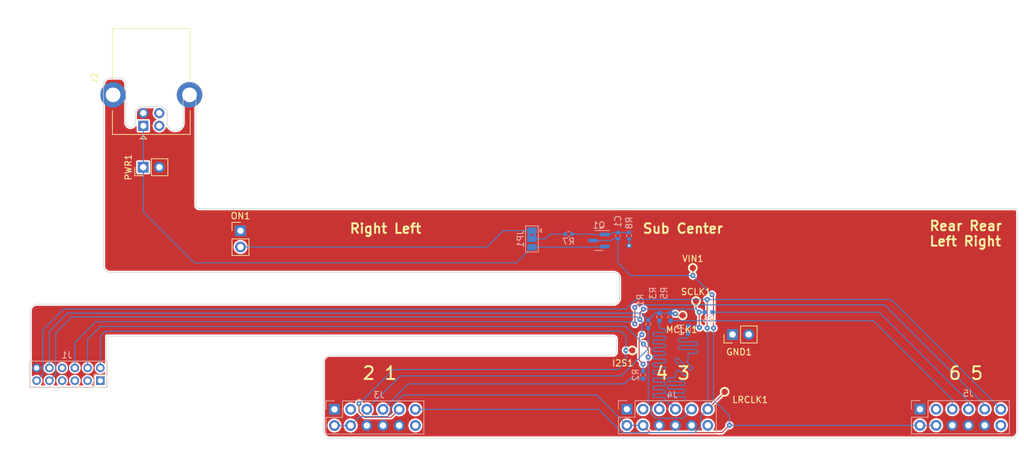
<source format=kicad_pcb>
(kicad_pcb (version 20221018) (generator pcbnew)
  (layers (0 "F.Cu" signal) (31 "B.Cu" signal) (34 "B.Paste" user) (35 "F.Paste" user) (36 "B.SilkS" user "B.Silkscreen") (37 "F.SilkS" user "F.Silkscreen") (38 "B.Mask" user) (39 "F.Mask" user) (44 "Edge.Cuts" user))
  (net 0 "")
  (net 1 "/I2S_CH12")
  (net 2 "Net-(Q1-G)")
  (net 3 "/I2S_CH34")
  (net 5 "/I2S_CH56")
  (net 8 "GND")
  (net 9 "/LRCLK")
  (net 11 "Net-(J2-VBUS)")
  (net 15 "Net-(J3-Pin_5)")
  (net 16 "Net-(J3-Pin_7)")
  (net 19 "Net-(J4-Pin_5)")
  (net 20 "Net-(J4-Pin_7)")
  (net 21 "/I2S_IN_CH12")
  (net 22 "/SCLK")
  (net 23 "/MCLK")
  (net 24 "/VIN")
  (net 27 "Net-(J5-Pin_5)")
  (net 28 "Net-(J5-Pin_7)")
  (net 30 "Net-(JP1-A)")
  (net 31 "Net-(JP1-C)")
  (footprint "Connector_PinHeader_2.54mm:PinHeader_1x02_P2.54mm_Vertical" (layer "F.Cu") (at 123 103.475)
    (fp_text reference "ON1" (at 0 -2.33) (layer "F.SilkS"))
    (fp_text value "Conn_01x02")
    (pad "1" thru_hole rect (at 0 0) (size 1.7 1.7) (drill 1) (layers "*.Cu" "*.Mask") (net 8 "GND"))
    (pad "2" thru_hole oval (at 0 2.54) (size 1.7 1.7) (drill 1) (layers "*.Cu" "*.Mask") (net 30 "Net-(JP1-A)"))
  )
  (footprint "TestPoint:TestPoint_Pad_D1.0mm" (layer "F.Cu") (at 192.4 116.75)
    (fp_text reference "MCLK1" (at -0.15 2.25) (layer "F.SilkS"))
    (fp_text value "TestPoint")
    (pad "1" smd circle (at 0 0) (size 1 1) (layers "F.Cu" "F.Mask") (net 23 "/MCLK"))
  )
  (footprint "TestPoint:TestPoint_Pad_D1.0mm" (layer "F.Cu") (at 184.5 122.25)
    (fp_text reference "I2S1" (at -1.5 2) (layer "F.SilkS"))
    (fp_text value "TestPoint")
    (pad "1" smd circle (at 0 0) (size 1 1) (layers "F.Cu" "F.Mask") (net 1 "/I2S_CH12"))
  )
  (footprint "Connector_USB:USB_B_Lumberg_2411_02_Horizontal" (layer "F.Cu") (at 107.75 87 90)
    (fp_text reference "J2" (at 7.5 -7.65 90) (layer "F.SilkS"))
    (fp_text value "USB_B")
    (pad "1" thru_hole rect (at 0 0 180) (size 1.6 1.6) (drill 0.95) (layers "*.Cu" "*.Mask") (net 11 "Net-(J2-VBUS)"))
    (pad "2" thru_hole circle (at 0 2.5 180) (size 1.6 1.6) (drill 0.95) (layers "*.Cu" "*.Mask"))
    (pad "3" thru_hole circle (at 2 2.5 180) (size 1.6 1.6) (drill 0.95) (layers "*.Cu" "*.Mask"))
    (pad "4" thru_hole circle (at 2 0 180) (size 1.6 1.6) (drill 0.95) (layers "*.Cu" "*.Mask") (net 8 "GND"))
    (pad "5" thru_hole circle (at 4.86 -4.75 180) (size 4 4) (drill 2.3) (layers "*.Cu" "*.Mask") (net 8 "GND"))
    (pad "5" thru_hole circle (at 4.86 7.25 180) (size 4 4) (drill 2.3) (layers "*.Cu" "*.Mask") (net 8 "GND"))
  )
  (footprint "Connector_PinHeader_2.54mm:PinHeader_1x02_P2.54mm_Vertical" (layer "F.Cu") (at 200.225 119.75 90)
    (fp_text reference "GND1" (at -2.75 1.025 180) (layer "F.SilkS"))
    (fp_text value "Conn_01x02")
    (pad "1" thru_hole rect (at 0 0 90) (size 1.7 1.7) (drill 1) (layers "*.Cu" "*.Mask") (net 8 "GND"))
    (pad "2" thru_hole oval (at 0 2.54 90) (size 1.7 1.7) (drill 1) (layers "*.Cu" "*.Mask") (net 8 "GND"))
  )
  (footprint "TestPoint:TestPoint_Pad_D1.0mm" (layer "F.Cu") (at 194 109.3)
    (fp_text reference "VIN1" (at 0 -1.448) (layer "F.SilkS"))
    (fp_text value "TestPoint")
    (pad "1" smd circle (at 0 0) (size 1 1) (layers "F.Cu" "F.Mask") (net 24 "/VIN"))
  )
  (footprint "TestPoint:TestPoint_Pad_D1.0mm" (layer "F.Cu") (at 194.5 114.5)
    (fp_text reference "SCLK1" (at 0 -1.448) (layer "F.SilkS"))
    (fp_text value "TestPoint")
    (pad "1" smd circle (at 0 0) (size 1 1) (layers "F.Cu" "F.Mask") (net 22 "/SCLK"))
  )
  (footprint "TestPoint:TestPoint_Pad_D1.0mm" (layer "F.Cu") (at 199 128.75)
    (fp_text reference "LRCLK1" (at 4 1.25) (layer "F.SilkS"))
    (fp_text value "TestPoint")
    (pad "1" smd circle (at 0 0) (size 1 1) (layers "F.Cu" "F.Mask") (net 9 "/LRCLK"))
  )
  (footprint "Connector_PinHeader_2.54mm:PinHeader_1x02_P2.54mm_Vertical" (layer "F.Cu") (at 107.725 93.5 90)
    (fp_text reference "PWR1" (at 0 -2.33 90) (layer "F.SilkS"))
    (fp_text value "Conn_01x02")
    (pad "1" thru_hole rect (at 0 0 90) (size 1.7 1.7) (drill 1) (layers "*.Cu" "*.Mask") (net 11 "Net-(J2-VBUS)"))
    (pad "2" thru_hole oval (at 0 2.54 90) (size 1.7 1.7) (drill 1) (layers "*.Cu" "*.Mask") (net 8 "GND"))
  )
  (footprint "Connector_PinHeader_2.54mm:PinHeader_2x06_P2.54mm_Vertical" (layer "B.Cu") (at 137.75 131.5 -90)
    (fp_text reference "J3" (at -2.25 -7 180) (layer "B.SilkS") (effects (justify mirror)))
    (fp_text value "Conn_02x06_Odd_Even")
    (pad "1" thru_hole rect (at 0 0 270) (size 1.7 1.7) (drill 1) (layers "*.Cu" "*.Mask") (net 8 "GND"))
    (pad "2" thru_hole oval (at 2.54 0 270) (size 1.7 1.7) (drill 1) (layers "*.Cu" "*.Mask") (net 24 "/VIN"))
    (pad "3" thru_hole oval (at 0 -2.54 270) (size 1.7 1.7) (drill 1) (layers "*.Cu" "*.Mask"))
    (pad "4" thru_hole oval (at 2.54 -2.54 270) (size 1.7 1.7) (drill 1) (layers "*.Cu" "*.Mask") (net 24 "/VIN"))
    (pad "5" thru_hole oval (at 0 -5.08 270) (size 1.7 1.7) (drill 1) (layers "*.Cu" "*.Mask") (net 15 "Net-(J3-Pin_5)"))
    (pad "6" thru_hole oval (at 2.54 -5.08 270) (size 1.7 1.7) (drill 1) (layers "*.Cu" "*.Mask") (net 8 "GND"))
    (pad "7" thru_hole oval (at 0 -7.62 270) (size 1.7 1.7) (drill 1) (layers "*.Cu" "*.Mask") (net 16 "Net-(J3-Pin_7)"))
    (pad "8" thru_hole oval (at 2.54 -7.62 270) (size 1.7 1.7) (drill 1) (layers "*.Cu" "*.Mask") (net 8 "GND"))
    (pad "9" thru_hole oval (at 0 -10.16 270) (size 1.7 1.7) (drill 1) (layers "*.Cu" "*.Mask") (net 1 "/I2S_CH12"))
    (pad "10" thru_hole oval (at 2.54 -10.16 270) (size 1.7 1.7) (drill 1) (layers "*.Cu" "*.Mask") (net 8 "GND"))
    (pad "11" thru_hole oval (at 0 -12.7 270) (size 1.7 1.7) (drill 1) (layers "*.Cu" "*.Mask") (net 9 "/LRCLK"))
    (pad "12" thru_hole oval (at 2.54 -12.7 270) (size 1.7 1.7) (drill 1) (layers "*.Cu" "*.Mask"))
  )
  (footprint "Connector_PinHeader_2.54mm:PinHeader_2x06_P2.54mm_Vertical" (layer "B.Cu") (at 229.65 131.475 -90)
    (fp_text reference "J5" (at -2.475 -7.6 180) (layer "B.SilkS") (effects (justify mirror)))
    (fp_text value "Conn_02x06_Odd_Even")
    (pad "1" thru_hole rect (at 0 0 270) (size 1.7 1.7) (drill 1) (layers "*.Cu" "*.Mask") (net 8 "GND"))
    (pad "2" thru_hole oval (at 2.54 0 270) (size 1.7 1.7) (drill 1) (layers "*.Cu" "*.Mask") (net 24 "/VIN"))
    (pad "3" thru_hole oval (at 0 -2.54 270) (size 1.7 1.7) (drill 1) (layers "*.Cu" "*.Mask"))
    (pad "4" thru_hole oval (at 2.54 -2.54 270) (size 1.7 1.7) (drill 1) (layers "*.Cu" "*.Mask") (net 24 "/VIN"))
    (pad "5" thru_hole oval (at 0 -5.08 270) (size 1.7 1.7) (drill 1) (layers "*.Cu" "*.Mask") (net 27 "Net-(J5-Pin_5)"))
    (pad "6" thru_hole oval (at 2.54 -5.08 270) (size 1.7 1.7) (drill 1) (layers "*.Cu" "*.Mask") (net 8 "GND"))
    (pad "7" thru_hole oval (at 0 -7.62 270) (size 1.7 1.7) (drill 1) (layers "*.Cu" "*.Mask") (net 28 "Net-(J5-Pin_7)"))
    (pad "8" thru_hole oval (at 2.54 -7.62 270) (size 1.7 1.7) (drill 1) (layers "*.Cu" "*.Mask") (net 8 "GND"))
    (pad "9" thru_hole oval (at 0 -10.16 270) (size 1.7 1.7) (drill 1) (layers "*.Cu" "*.Mask") (net 5 "/I2S_CH56"))
    (pad "10" thru_hole oval (at 2.54 -10.16 270) (size 1.7 1.7) (drill 1) (layers "*.Cu" "*.Mask") (net 8 "GND"))
    (pad "11" thru_hole oval (at 0 -12.7 270) (size 1.7 1.7) (drill 1) (layers "*.Cu" "*.Mask") (net 9 "/LRCLK"))
    (pad "12" thru_hole oval (at 2.54 -12.7 270) (size 1.7 1.7) (drill 1) (layers "*.Cu" "*.Mask"))
  )
  (footprint "Resistor_SMD:R_0402_1005Metric_Pad0.72x0.64mm_HandSolder" (layer "B.Cu") (at 193.25 119 -90)
    (fp_text reference "R4" (at 0 1.17 90) (layer "B.SilkS") (effects (justify mirror)))
    (fp_text value "22R")
    (pad "1" smd roundrect (at -0.5975 0 270) (size 0.715 0.64) (layers "B.Cu" "B.Paste" "B.Mask") (net 22 "/SCLK"))
    (pad "2" smd roundrect (at 0.5975 0 270) (size 0.715 0.64) (layers "B.Cu" "B.Paste" "B.Mask") (net 20 "Net-(J4-Pin_7)"))
  )
  (footprint "Resistor_SMD:R_0402_1005Metric_Pad0.72x0.64mm_HandSolder" (layer "B.Cu") (at 190.5 117 -90)
    (fp_text reference "R5" (at -3.75 1 90) (layer "B.SilkS") (effects (justify mirror)))
    (fp_text value "22R")
    (pad "1" smd roundrect (at -0.5975 0 270) (size 0.715 0.64) (layers "B.Cu" "B.Paste" "B.Mask") (net 23 "/MCLK"))
    (pad "2" smd roundrect (at 0.5975 0 270) (size 0.715 0.64) (layers "B.Cu" "B.Paste" "B.Mask") (net 27 "Net-(J5-Pin_5)"))
  )
  (footprint "Resistor_SMD:R_0402_1005Metric_Pad0.72x0.64mm_HandSolder" (layer "B.Cu") (at 186.2 126.1 -90)
    (fp_text reference "R2" (at 0 1.17 90) (layer "B.SilkS") (effects (justify mirror)))
    (fp_text value "22R")
    (pad "1" smd roundrect (at -0.5975 0 270) (size 0.715 0.64) (layers "B.Cu" "B.Paste" "B.Mask") (net 22 "/SCLK"))
    (pad "2" smd roundrect (at 0.5975 0 270) (size 0.715 0.64) (layers "B.Cu" "B.Paste" "B.Mask") (net 16 "Net-(J3-Pin_7)"))
  )
  (footprint "Connector_PinHeader_2.00mm:PinHeader_2x06_P2.00mm_Vertical" (layer "B.Cu") (at 101 127 90)
    (fp_text reference "J1" (at 4 -5.25 180) (layer "B.SilkS") (effects (justify mirror)))
    (fp_text value "DF11-12DS-2DSA(05)")
    (pad "1" thru_hole rect (at 0 0 90) (size 1.35 1.35) (drill 0.8) (layers "*.Cu" "*.Mask") (net 21 "/I2S_IN_CH12"))
    (pad "2" thru_hole oval (at 2 0 90) (size 1.35 1.35) (drill 0.8) (layers "*.Cu" "*.Mask") (net 1 "/I2S_CH12"))
    (pad "3" thru_hole oval (at 0 -2 90) (size 1.35 1.35) (drill 0.8) (layers "*.Cu" "*.Mask"))
    (pad "4" thru_hole oval (at 2 -2 90) (size 1.35 1.35) (drill 0.8) (layers "*.Cu" "*.Mask") (net 3 "/I2S_CH34"))
    (pad "5" thru_hole oval (at 0 -4 90) (size 1.35 1.35) (drill 0.8) (layers "*.Cu" "*.Mask"))
    (pad "6" thru_hole oval (at 2 -4 90) (size 1.35 1.35) (drill 0.8) (layers "*.Cu" "*.Mask") (net 5 "/I2S_CH56"))
    (pad "7" thru_hole oval (at 0 -6 90) (size 1.35 1.35) (drill 0.8) (layers "*.Cu" "*.Mask"))
    (pad "8" thru_hole oval (at 2 -6 90) (size 1.35 1.35) (drill 0.8) (layers "*.Cu" "*.Mask"))
    (pad "9" thru_hole oval (at 0 -8 90) (size 1.35 1.35) (drill 0.8) (layers "*.Cu" "*.Mask") (net 22 "/SCLK"))
    (pad "10" thru_hole oval (at 2 -8 90) (size 1.35 1.35) (drill 0.8) (layers "*.Cu" "*.Mask") (net 23 "/MCLK"))
    (pad "11" thru_hole oval (at 0 -10 90) (size 1.35 1.35) (drill 0.8) (layers "*.Cu" "*.Mask") (net 9 "/LRCLK"))
    (pad "12" thru_hole oval (at 2 -10 90) (size 1.35 1.35) (drill 0.8) (layers "*.Cu" "*.Mask") (net 8 "GND"))
  )
  (footprint "Jumper:SolderJumper-3_P1.3mm_Bridged2Bar12_Pad1.0x1.5mm" (layer "B.Cu") (at 168.75 104.75 -90)
    (fp_text reference "JP1" (at 0 1.8 90) (layer "B.SilkS") (effects (justify mirror)))
    (fp_text value "SolderJumper_3_Bridged12")
    (fp_poly (pts (xy -0.9 -0.2) (xy -0.4 -0.2) (xy -0.4 -0.6) (xy -0.9 -0.6)) (fill solid) (layer "B.Cu"))
    (fp_poly (pts (xy -0.9 0.6) (xy -0.4 0.6) (xy -0.4 0.2) (xy -0.9 0.2)) (fill solid) (layer "B.Cu"))
    (pad "1" smd rect (at -1.3 0 270) (size 1 1.5) (layers "B.Cu" "B.Mask") (net 30 "Net-(JP1-A)"))
    (pad "2" smd rect (at 0 0 270) (size 1 1.5) (layers "B.Cu" "B.Mask") (net 31 "Net-(JP1-C)"))
    (pad "3" smd rect (at 1.3 0 270) (size 1 1.5) (layers "B.Cu" "B.Mask") (net 11 "Net-(J2-VBUS)"))
  )
  (footprint "Package_TO_SOT_SMD:SOT-23" (layer "B.Cu") (at 179.25 105 180)
    (fp_text reference "Q1" (at 0 2.4) (layer "B.SilkS") (effects (justify mirror)))
    (fp_text value "AO3401A")
    (pad "1" smd roundrect (at -0.9375 0.95 180) (size 1.475 0.6) (layers "B.Cu" "B.Paste" "B.Mask") (net 2 "Net-(Q1-G)"))
    (pad "2" smd roundrect (at -0.9375 -0.95 180) (size 1.475 0.6) (layers "B.Cu" "B.Paste" "B.Mask") (net 11 "Net-(J2-VBUS)"))
    (pad "3" smd roundrect (at 0.9375 0 180) (size 1.475 0.6) (layers "B.Cu" "B.Paste" "B.Mask") (net 24 "/VIN"))
  )
  (footprint "Resistor_SMD:R_0402_1005Metric" (layer "B.Cu") (at 184 104.25 -90)
    (fp_text reference "R8" (at -2 0 90) (layer "B.SilkS") (effects (justify mirror)))
    (fp_text value "4k7")
    (pad "1" smd roundrect (at -0.51 0 270) (size 0.54 0.64) (layers "B.Cu" "B.Paste" "B.Mask") (net 2 "Net-(Q1-G)"))
    (pad "2" smd roundrect (at 0.51 0 270) (size 0.54 0.64) (layers "B.Cu" "B.Paste" "B.Mask") (net 8 "GND"))
  )
  (footprint "Resistor_SMD:R_0402_1005Metric_Pad0.72x0.64mm_HandSolder" (layer "B.Cu") (at 188.75 117 -90)
    (fp_text reference "R3" (at -3.75 1 90) (layer "B.SilkS") (effects (justify mirror)))
    (fp_text value "22R")
    (pad "1" smd roundrect (at -0.5975 0 270) (size 0.715 0.64) (layers "B.Cu" "B.Paste" "B.Mask") (net 23 "/MCLK"))
    (pad "2" smd roundrect (at 0.5975 0 270) (size 0.715 0.64) (layers "B.Cu" "B.Paste" "B.Mask") (net 19 "Net-(J4-Pin_5)"))
  )
  (footprint "Resistor_SMD:R_0402_1005Metric_Pad0.72x0.64mm_HandSolder" (layer "B.Cu") (at 187 118.1 -90)
    (fp_text reference "R1" (at -3.75 1.25 90) (layer "B.SilkS") (effects (justify mirror)))
    (fp_text value "22R")
    (pad "1" smd roundrect (at -0.5975 0 270) (size 0.715 0.64) (layers "B.Cu" "B.Paste" "B.Mask") (net 23 "/MCLK"))
    (pad "2" smd roundrect (at 0.5975 0 270) (size 0.715 0.64) (layers "B.Cu" "B.Paste" "B.Mask") (net 15 "Net-(J3-Pin_5)"))
  )
  (footprint "Connector_PinHeader_2.54mm:PinHeader_2x06_P2.54mm_Vertical" (layer "B.Cu") (at 183.65 131.475 -90)
    (fp_text reference "J4" (at -2.225 -7.1 180) (layer "B.SilkS") (effects (justify mirror)))
    (fp_text value "Conn_02x06_Odd_Even")
    (pad "1" thru_hole rect (at 0 0 270) (size 1.7 1.7) (drill 1) (layers "*.Cu" "*.Mask") (net 8 "GND"))
    (pad "2" thru_hole oval (at 2.54 0 270) (size 1.7 1.7) (drill 1) (layers "*.Cu" "*.Mask") (net 24 "/VIN"))
    (pad "3" thru_hole oval (at 0 -2.54 270) (size 1.7 1.7) (drill 1) (layers "*.Cu" "*.Mask"))
    (pad "4" thru_hole oval (at 2.54 -2.54 270) (size 1.7 1.7) (drill 1) (layers "*.Cu" "*.Mask") (net 24 "/VIN"))
    (pad "5" thru_hole oval (at 0 -5.08 270) (size 1.7 1.7) (drill 1) (layers "*.Cu" "*.Mask") (net 19 "Net-(J4-Pin_5)"))
    (pad "6" thru_hole oval (at 2.54 -5.08 270) (size 1.7 1.7) (drill 1) (layers "*.Cu" "*.Mask") (net 8 "GND"))
    (pad "7" thru_hole oval (at 0 -7.62 270) (size 1.7 1.7) (drill 1) (layers "*.Cu" "*.Mask") (net 20 "Net-(J4-Pin_7)"))
    (pad "8" thru_hole oval (at 2.54 -7.62 270) (size 1.7 1.7) (drill 1) (layers "*.Cu" "*.Mask") (net 8 "GND"))
    (pad "9" thru_hole oval (at 0 -10.16 270) (size 1.7 1.7) (drill 1) (layers "*.Cu" "*.Mask") (net 3 "/I2S_CH34"))
    (pad "10" thru_hole oval (at 2.54 -10.16 270) (size 1.7 1.7) (drill 1) (layers "*.Cu" "*.Mask") (net 8 "GND"))
    (pad "11" thru_hole oval (at 0 -12.7 270) (size 1.7 1.7) (drill 1) (layers "*.Cu" "*.Mask") (net 9 "/LRCLK"))
    (pad "12" thru_hole oval (at 2.54 -12.7 270) (size 1.7 1.7) (drill 1) (layers "*.Cu" "*.Mask"))
  )
  (footprint "Resistor_SMD:R_0402_1005Metric" (layer "B.Cu") (at 174.5 104)
    (fp_text reference "R7" (at 0 1.17) (layer "B.SilkS") (effects (justify mirror)))
    (fp_text value "100k")
    (pad "1" smd roundrect (at -0.51 0) (size 0.54 0.64) (layers "B.Cu" "B.Paste" "B.Mask") (net 31 "Net-(JP1-C)"))
    (pad "2" smd roundrect (at 0.51 0) (size 0.54 0.64) (layers "B.Cu" "B.Paste" "B.Mask") (net 2 "Net-(Q1-G)"))
  )
  (footprint "Capacitor_SMD:C_0402_1005Metric" (layer "B.Cu") (at 182.25 104.25 90)
    (fp_text reference "C1" (at 2.23 0 90) (layer "B.SilkS") (effects (justify mirror)))
    (fp_text value "100n")
    (pad "1" smd roundrect (at -0.48 0 90) (size 0.56 0.62) (layers "B.Cu" "B.Paste" "B.Mask") (net 24 "/VIN"))
    (pad "2" smd roundrect (at 0.48 0 90) (size 0.56 0.62) (layers "B.Cu" "B.Paste" "B.Mask") (net 2 "Net-(Q1-G)"))
  )
  (footprint "Resistor_SMD:R_0402_1005Metric_Pad0.72x0.64mm_HandSolder" (layer "B.Cu") (at 196.5 116.25)
    (fp_text reference "R6" (at 0 1.17) (layer "B.SilkS") (effects (justify mirror)))
    (fp_text value "22R")
    (pad "1" smd roundrect (at -0.5975 0) (size 0.715 0.64) (layers "B.Cu" "B.Paste" "B.Mask") (net 22 "/SCLK"))
    (pad "2" smd roundrect (at 0.5975 0) (size 0.715 0.64) (layers "B.Cu" "B.Paste" "B.Mask") (net 28 "Net-(J5-Pin_7)"))
  )
  (gr_arc (start 136 124) (mid 136.292893 123.292893) (end 137 123) (stroke (width 0.1)) (layer "Edge.Cuts"))
  (gr_line (start 136 124) (end 136 135) (stroke (width 0.1)) (layer "Edge.Cuts"))
  (gr_arc (start 181.5 120) (mid 181.853553 120.146447) (end 182 120.5) (stroke (width 0.1)) (layer "Edge.Cuts"))
  (gr_arc (start 245 135) (mid 244.707107 135.707107) (end 244 136) (stroke (width 0.1)) (layer "Edge.Cuts"))
  (gr_line (start 137 136) (end 244 136) (stroke (width 0.1)) (layer "Edge.Cuts"))
  (gr_arc (start 102.5 110) (mid 101.792893 109.707107) (end 101.5 109) (stroke (width 0.1)) (layer "Edge.Cuts"))
  (gr_line (start 102 120) (end 136 120) (stroke (width 0.1)) (layer "Edge.Cuts"))
  (gr_arc (start 106.5 86.5) (mid 105.75 87.25) (end 105 86.5) (stroke (width 0.1)) (layer "Edge.Cuts"))
  (gr_line (start 181.5 110) (end 102.5 110) (stroke (width 0.1)) (layer "Edge.Cuts"))
  (gr_arc (start 181.5 110) (mid 182.207107 110.292893) (end 182.5 111) (stroke (width 0.1)) (layer "Edge.Cuts"))
  (gr_line (start 111.5 85) (end 111.5 86.5) (stroke (width 0.1)) (layer "Edge.Cuts"))
  (gr_arc (start 106.5 85) (mid 106.792893 84.292893) (end 107.5 84) (stroke (width 0.1)) (layer "Edge.Cuts"))
  (gr_line (start 182 120.5) (end 182 122.5) (stroke (width 0.1)) (layer "Edge.Cuts"))
  (gr_arc (start 182 122.5) (mid 181.853553 122.853553) (end 181.5 123) (stroke (width 0.1)) (layer "Edge.Cuts"))
  (gr_line (start 105 80.5) (end 105 86.5) (stroke (width 0.1)) (layer "Edge.Cuts"))
  (gr_arc (start 90 116) (mid 90.292893 115.292893) (end 91 115) (stroke (width 0.1)) (layer "Edge.Cuts"))
  (gr_line (start 244.5 100) (end 117.5 100) (stroke (width 0.1)) (layer "Edge.Cuts"))
  (gr_line (start 107.5 84) (end 110.5 84) (stroke (width 0.1)) (layer "Edge.Cuts"))
  (gr_line (start 90 116) (end 90 128) (stroke (width 0.1)) (layer "Edge.Cuts"))
  (gr_arc (start 116.5 100) (mid 116.146447 99.853553) (end 116 99.5) (stroke (width 0.1)) (layer "Edge.Cuts"))
  (gr_line (start 102.5 79.5) (end 104 79.5) (stroke (width 0.1)) (layer "Edge.Cuts"))
  (gr_line (start 181.5 123) (end 137 123) (stroke (width 0.1)) (layer "Edge.Cuts"))
  (gr_line (start 136 120) (end 181.5 120) (stroke (width 0.1)) (layer "Edge.Cuts"))
  (gr_arc (start 101.5 80.5) (mid 101.792893 79.792893) (end 102.5 79.5) (stroke (width 0.1)) (layer "Edge.Cuts"))
  (gr_line (start 114 82) (end 116 82) (stroke (width 0.1)) (layer "Edge.Cuts"))
  (gr_line (start 101.5 80.5) (end 101.5 109) (stroke (width 0.1)) (layer "Edge.Cuts"))
  (gr_line (start 106.5 86.5) (end 106.5 85) (stroke (width 0.1)) (layer "Edge.Cuts"))
  (gr_line (start 182.5 114) (end 182.5 111) (stroke (width 0.1)) (layer "Edge.Cuts"))
  (gr_arc (start 137 136) (mid 136.292893 135.707107) (end 136 135) (stroke (width 0.1)) (layer "Edge.Cuts"))
  (gr_line (start 114 86.5) (end 114 82) (stroke (width 0.1)) (layer "Edge.Cuts"))
  (gr_arc (start 110.5 84) (mid 111.207107 84.292893) (end 111.5 85) (stroke (width 0.1)) (layer "Edge.Cuts"))
  (gr_arc (start 182.5 114) (mid 182.207107 114.707107) (end 181.5 115) (stroke (width 0.1)) (layer "Edge.Cuts"))
  (gr_line (start 245 135) (end 245 100.5) (stroke (width 0.1)) (layer "Edge.Cuts"))
  (gr_arc (start 244.5 100) (mid 244.853553 100.146447) (end 245 100.5) (stroke (width 0.1)) (layer "Edge.Cuts"))
  (gr_arc (start 114 86.5) (mid 112.75 87.75) (end 111.5 86.5) (stroke (width 0.1)) (layer "Edge.Cuts"))
  (gr_arc (start 104 79.5) (mid 104.707107 79.792893) (end 105 80.5) (stroke (width 0.1)) (layer "Edge.Cuts"))
  (gr_line (start 90 128) (end 102 128) (stroke (width 0.1)) (layer "Edge.Cuts"))
  (gr_line (start 102 128) (end 102 120) (stroke (width 0.1)) (layer "Edge.Cuts"))
  (gr_line (start 181.5 115) (end 91 115) (stroke (width 0.1)) (layer "Edge.Cuts"))
  (gr_line (start 116 82) (end 116 99.5) (stroke (width 0.1)) (layer "Edge.Cuts"))
  (gr_line (start 116.5 100) (end 117.5 100) (stroke (width 0.1)) (layer "Edge.Cuts"))
  (gr_text "2 1" (at 142 127) (layer "F.SilkS") (effects (font (size 2 2) (thickness 0.3)) (justify left bottom)))
  (gr_text "Right Left" (at 140 104) (layer "F.SilkS") (effects (font (size 1.5 1.5) (thickness 0.3) bold) (justify left bottom)))
  (gr_text "4 3" (at 188 127) (layer "F.SilkS") (effects (font (size 2 2) (thickness 0.3)) (justify left bottom)))
  (gr_text "Rear Rear\nLeft Right" (at 231 106) (layer "F.SilkS") (effects (font (size 1.5 1.5) (thickness 0.3) bold) (justify left bottom)))
  (gr_text "Sub Center" (at 186 104) (layer "F.SilkS") (effects (font (size 1.5 1.5) (thickness 0.3) bold) (justify left bottom)))
  (gr_text "6 5" (at 234 127) (layer "F.SilkS") (effects (font (size 2 2) (thickness 0.3)) (justify left bottom)))
  (segment (start 142.489009 132.75) (end 146.66 132.75) (width 0.15) (layer "F.Cu") (net 1))
  (segment (start 141.6 131.860991) (end 142.489009 132.75) (width 0.15) (layer "F.Cu") (net 1))
  (segment (start 146.66 132.75) (end 147.91 131.5) (width 0.15) (layer "F.Cu") (net 1))
  (segment (start 141.6 130.6) (end 141.6 131.860991) (width 0.15) (layer "F.Cu") (net 1))
  (segment (start 184.5 122.25) (end 183.5 122.25) (width 0.15) (layer "F.Cu") (net 1))
  (via (at 183.5 122.25) (size 0.8) (drill 0.3) (layers "F.Cu" "B.Cu") (net 1))
  (via (at 141.6 130.6) (size 0.8) (drill 0.3) (layers "F.Cu" "B.Cu") (net 1))
  (segment (start 141.65 130.6) (end 147 125.25) (width 0.15) (layer "B.Cu") (net 1))
  (segment (start 147 125.25) (end 182.25 125.25) (width 0.15) (layer "B.Cu") (net 1))
  (segment (start 101 120) (end 101 125) (width 0.15) (layer "B.Cu") (net 1))
  (segment (start 101.75 119.25) (end 101 120) (width 0.15) (layer "B.Cu") (net 1))
  (segment (start 182.75 119.25) (end 101.75 119.25) (width 0.15) (layer "B.Cu") (net 1))
  (segment (start 141.6 130.6) (end 141.65 130.6) (width 0.15) (layer "B.Cu") (net 1))
  (segment (start 182.25 125.25) (end 183.5 124) (width 0.15) (layer "B.Cu") (net 1))
  (segment (start 183.5 124) (end 183.5 120) (width 0.15) (layer "B.Cu") (net 1))
  (segment (start 183.5 120) (end 182.75 119.25) (width 0.15) (layer "B.Cu") (net 1))
  (segment (start 180.1375 104.1) (end 180.1875 104.05) (width 0.15) (layer "B.Cu") (net 2))
  (segment (start 181.46 103.74) (end 184 103.74) (width 0.15) (layer "B.Cu") (net 2))
  (segment (start 180.1875 104.05) (end 181.15 104.05) (width 0.15) (layer "B.Cu") (net 2))
  (segment (start 178.3 104.1) (end 180.1375 104.1) (width 0.15) (layer "B.Cu") (net 2))
  (segment (start 181.15 104.05) (end 181.46 103.74) (width 0.15) (layer "B.Cu") (net 2))
  (segment (start 175.01 104) (end 178.2 104) (width 0.15) (layer "B.Cu") (net 2))
  (segment (start 178.2 104) (end 178.3 104.1) (width 0.15) (layer "B.Cu") (net 2))
  (segment (start 187 123.3) (end 187 122) (width 0.15) (layer "F.Cu") (net 3))
  (segment (start 187 122) (end 186.25 121.25) (width 0.15) (layer "F.Cu") (net 3))
  (via (at 187 123.3) (size 0.8) (drill 0.3) (layers "F.Cu" "B.Cu") (net 3))
  (via (at 186.25 121.25) (size 0.8) (drill 0.3) (layers "F.Cu" "B.Cu") (net 3))
  (segment (start 187.5 131.194009) (end 187.5 132.25) (width 0.15) (layer "B.Cu") (net 3))
  (segment (start 99 120.5) (end 99 125) (width 0.15) (layer "B.Cu") (net 3))
  (segment (start 187 123.3) (end 187 130.694009) (width 0.15) (layer "B.Cu") (net 3))
  (segment (start 187 130.694009) (end 187.5 131.194009) (width 0.15) (layer "B.Cu") (net 3))
  (segment (start 183.5 118.5) (end 101 118.5) (width 0.15) (layer "B.Cu") (net 3))
  (segment (start 186.25 121.25) (end 183.5 118.5) (width 0.15) (layer "B.Cu") (net 3))
  (segment (start 187.5 132.25) (end 188.14 132.89) (width 0.15) (layer "B.Cu") (net 3))
  (segment (start 192.395 132.89) (end 193.81 131.475) (width 0.15) (layer "B.Cu") (net 3))
  (segment (start 188.14 132.89) (end 192.395 132.89) (width 0.15) (layer "B.Cu") (net 3))
  (segment (start 101 118.5) (end 99 120.5) (width 0.15) (layer "B.Cu") (net 3))
  (segment (start 184.9 118.1) (end 184.9 115.5) (width 0.15) (layer "F.Cu") (net 5))
  (via (at 184.9 118.1) (size 0.8) (drill 0.3) (layers "F.Cu" "B.Cu") (net 5))
  (via (at 184.9 115.5) (size 0.8) (drill 0.3) (layers "F.Cu" "B.Cu") (net 5))
  (segment (start 185.3005 115.0995) (end 224.0995 115.0995) (width 0.15) (layer "B.Cu") (net 5))
  (segment (start 224.0995 115.0995) (end 239.81 130.81) (width 0.15) (layer "B.Cu") (net 5))
  (segment (start 100.25 117.75) (end 97 121) (width 0.15) (layer "B.Cu") (net 5))
  (segment (start 184.55 117.75) (end 100.25 117.75) (width 0.15) (layer "B.Cu") (net 5))
  (segment (start 239.81 130.81) (end 239.81 131.475) (width 0.15) (layer "B.Cu") (net 5))
  (segment (start 184.9 118.1) (end 184.55 117.75) (width 0.15) (layer "B.Cu") (net 5))
  (segment (start 184.9 115.5) (end 185.3005 115.0995) (width 0.15) (layer "B.Cu") (net 5))
  (segment (start 97 121) (end 97 125) (width 0.15) (layer "B.Cu") (net 5))
  (via (at 184 105.8) (size 0.8) (drill 0.3) (layers "F.Cu" "B.Cu") (net 8))
  (segment (start 184 104.76) (end 184 105.8) (width 0.15) (layer "B.Cu") (net 8))
  (segment (start 196.25 118.749503) (end 196.250497 118.75) (width 0.15) (layer "F.Cu") (net 9))
  (segment (start 196.25 114.25) (end 196.25 118.749503) (width 0.15) (layer "F.Cu") (net 9))
  (segment (start 196.35 131.475) (end 199 128.825) (width 0.15) (layer "F.Cu") (net 9))
  (segment (start 199 128.825) (end 199 128.75) (width 0.15) (layer "F.Cu") (net 9))
  (via (at 196.250497 118.75) (size 0.8) (drill 0.3) (layers "F.Cu" "B.Cu") (net 9))
  (via (at 196.25 114.25) (size 0.8) (drill 0.3) (layers "F.Cu" "B.Cu") (net 9))
  (segment (start 179.25 131.5) (end 182.89 135.14) (width 0.15) (layer "B.Cu") (net 9))
  (segment (start 225.125 114.25) (end 242.35 131.475) (width 0.15) (layer "B.Cu") (net 9))
  (segment (start 91 127) (end 91.95 126.05) (width 0.15) (layer "B.Cu") (net 9))
  (segment (start 95.25 115.75) (end 183.55 115.75) (width 0.15) (layer "B.Cu") (net 9))
  (segment (start 150.45 131.5) (end 179.25 131.5) (width 0.15) (layer "B.Cu") (net 9))
  (segment (start 91.95 126.05) (end 91.95 119.05) (width 0.15) (layer "B.Cu") (net 9))
  (segment (start 195.225 134.190991) (end 195.225 132.6) (width 0.15) (layer "B.Cu") (net 9))
  (segment (start 182.89 135.14) (end 194.275991 135.14) (width 0.15) (layer "B.Cu") (net 9))
  (segment (start 194.275991 135.14) (end 195.225 134.190991) (width 0.15) (layer "B.Cu") (net 9))
  (segment (start 196.35 118.849503) (end 196.35 131.475) (width 0.15) (layer "B.Cu") (net 9))
  (segment (start 183.55 115.75) (end 185.05 114.25) (width 0.15) (layer "B.Cu") (net 9))
  (segment (start 196.250497 118.75) (end 196.35 118.849503) (width 0.15) (layer "B.Cu") (net 9))
  (segment (start 195.225 132.6) (end 196.35 131.475) (width 0.15) (layer "B.Cu") (net 9))
  (segment (start 185.05 114.25) (end 225.125 114.25) (width 0.15) (layer "B.Cu") (net 9))
  (segment (start 91.95 119.05) (end 95.25 115.75) (width 0.15) (layer "B.Cu") (net 9))
  (segment (start 115.75 108.5) (end 166.3 108.5) (width 0.15) (layer "B.Cu") (net 11))
  (segment (start 107.75 100.5) (end 107.75 87) (width 0.15) (layer "B.Cu") (net 11))
  (segment (start 115.75 108.5) (end 107.75 100.5) (width 0.15) (layer "B.Cu") (net 11))
  (segment (start 166.3 108.5) (end 168.75 106.05) (width 0.15) (layer "B.Cu") (net 11))
  (segment (start 168.75 106.05) (end 180.0875 106.05) (width 0.15) (layer "B.Cu") (net 11))
  (segment (start 180.0875 106.05) (end 180.1875 105.95) (width 0.15) (layer "B.Cu") (net 11))
  (segment (start 187 118.6975) (end 187 122) (width 0.15) (layer "B.Cu") (net 15))
  (segment (start 148.08 126.25) (end 142.83 131.5) (width 0.15) (layer "B.Cu") (net 15))
  (segment (start 187 122) (end 182.75 126.25) (width 0.15) (layer "B.Cu") (net 15))
  (segment (start 182.75 126.25) (end 148.08 126.25) (width 0.15) (layer "B.Cu") (net 15))
  (segment (start 184.060037 126.6975) (end 186.2 126.6975) (width 0.15) (layer "B.Cu") (net 16))
  (segment (start 145.37 131.5) (end 149.37 127.5) (width 0.15) (layer "B.Cu") (net 16))
  (segment (start 183.257537 127.5) (end 184.060037 126.6975) (width 0.15) (layer "B.Cu") (net 16))
  (segment (start 149.37 127.5) (end 183.257537 127.5) (width 0.15) (layer "B.Cu") (net 16))
  (segment (start 188.73 123.02) (end 188.03 123.02) (width 0.15) (layer "B.Cu") (net 19))
  (segment (start 188.03 126.02) (end 188.73 126.02) (width 0.15) (layer "B.Cu") (net 19))
  (segment (start 188.73 122.42) (end 189.43 122.42) (width 0.15) (layer "B.Cu") (net 19))
  (segment (start 188.03 129.62) (end 188.73 129.62) (width 0.15) (layer "B.Cu") (net 19))
  (segment (start 188.73 121.22) (end 189.43 121.22) (width 0.15) (layer "B.Cu") (net 19))
  (segment (start 189.43 123.02) (end 188.73 123.02) (width 0.15) (layer "B.Cu") (net 19))
  (segment (start 188.73 125.42) (end 188.03 125.42) (width 0.15) (layer "B.Cu") (net 19))
  (segment (start 188.03 122.42) (end 188.73 122.42) (width 0.15) (layer "B.Cu") (net 19))
  (segment (start 188.03 121.22) (end 188.73 121.22) (width 0.15) (layer "B.Cu") (net 19))
  (segment (start 188.73 129.62) (end 189.43 129.62) (width 0.15) (layer "B.Cu") (net 19))
  (segment (start 189.43 129.02) (end 188.73 129.02) (width 0.15) (layer "B.Cu") (net 19))
  (segment (start 189.43 124.22) (end 188.73 124.22) (width 0.15) (layer "B.Cu") (net 19))
  (segment (start 188.73 130.52) (end 188.73 131.392732) (width 0.15) (layer "B.Cu") (net 19))
  (segment (start 188.03 120.02) (end 188.73 120.02) (width 0.15) (layer "B.Cu") (net 19))
  (segment (start 189.03 118.82) (end 189.43 118.82) (width 0.15) (layer "B.Cu") (net 19))
  (segment (start 188.73 124.82) (end 189.43 124.82) (width 0.15) (layer "B.Cu") (net 19))
  (segment (start 189.43 119.42) (end 189.03 119.42) (width 0.15) (layer "B.Cu") (net 19))
  (segment (start 188.73 128.42) (end 189.43 128.42) (width 0.15) (layer "B.Cu") (net 19))
  (segment (start 188.03 124.82) (end 188.73 124.82) (width 0.15) (layer "B.Cu") (net 19))
  (segment (start 189.43 127.82) (end 188.73 127.82) (width 0.15) (layer "B.Cu") (net 19))
  (segment (start 189.43 126.62) (end 188.73 126.62) (width 0.15) (layer "B.Cu") (net 19))
  (segment (start 189.43 125.42) (end 188.73 125.42) (width 0.15) (layer "B.Cu") (net 19))
  (segment (start 188.75 117.5975) (end 188.73 117.6175) (width 0.15) (layer "B.Cu") (net 19))
  (segment (start 189.43 130.22) (end 189.03 130.22) (width 0.15) (layer "B.Cu") (net 19))
  (segment (start 188.73 117.6175) (end 188.73 118.52) (width 0.15) (layer "B.Cu") (net 19))
  (segment (start 188.73 127.22) (end 189.43 127.22) (width 0.15) (layer "B.Cu") (net 19))
  (segment (start 189.43 120.62) (end 188.73 120.62) (width 0.15) (layer "B.Cu") (net 19))
  (segment (start 188.03 127.22) (end 188.73 127.22) (width 0.15) (layer "B.Cu") (net 19))
  (segment (start 188.73 131.392732) (end 188.73 131.475) (width 0.15) (layer "B.Cu") (net 19))
  (segment (start 188.73 126.02) (end 189.43 126.02) (width 0.15) (layer "B.Cu") (net 19))
  (segment (start 188.03 123.62) (end 188.73 123.62) (width 0.15) (layer "B.Cu") (net 19))
  (segment (start 189.03 119.42) (end 188.03 119.42) (width 0.15) (layer "B.Cu") (net 19))
  (segment (start 188.73 126.62) (end 188.03 126.62) (width 0.15) (layer "B.Cu") (net 19))
  (segment (start 188.73 129.02) (end 188.03 129.02) (width 0.15) (layer "B.Cu") (net 19))
  (segment (start 188.73 121.82) (end 188.03 121.82) (width 0.15) (layer "B.Cu") (net 19))
  (segment (start 188.03 128.42) (end 188.73 128.42) (width 0.15) (layer "B.Cu") (net 19))
  (segment (start 188.73 127.82) (end 188.03 127.82) (width 0.15) (layer "B.Cu") (net 19))
  (segment (start 188.73 120.02) (end 189.43 120.02) (width 0.15) (layer "B.Cu") (net 19))
  (segment (start 188.73 123.62) (end 189.43 123.62) (width 0.15) (layer "B.Cu") (net 19))
  (segment (start 188.73 120.62) (end 188.03 120.62) (width 0.15) (layer "B.Cu") (net 19))
  (segment (start 189.43 121.82) (end 188.73 121.82) (width 0.15) (layer "B.Cu") (net 19))
  (segment (start 188.73 124.22) (end 188.03 124.22) (width 0.15) (layer "B.Cu") (net 19))
  (arc (start 188.03 129.02) (mid 187.817868 129.107868) (end 187.73 129.32) (width 0.15) (layer "B.Cu") (net 19))
  (arc (start 187.73 119.72) (mid 187.817868 119.932132) (end 188.03 120.02) (width 0.15) (layer "B.Cu") (net 19))
  (arc (start 189.43 122.42) (mid 189.642132 122.507868) (end 189.73 122.72) (width 0.15) (layer "B.Cu") (net 19))
  (arc (start 188.03 119.42) (mid 187.817868 119.507868) (end 187.73 119.72) (width 0.15) (layer "B.Cu") (net 19))
  (arc (start 188.03 124.22) (mid 187.817868 124.307868) (end 187.73 124.52) (width 0.15) (layer "B.Cu") (net 19))
  (arc (start 188.03 127.82) (mid 187.817868 127.907868) (end 187.73 128.12) (width 0.15) (layer "B.Cu") (net 19))
  (arc (start 189.43 118.82) (mid 189.642132 118.907868) (end 189.73 119.12) (width 0.15) (layer "B.Cu") (net 19))
  (arc (start 189.43 129.62) (mid 189.642132 129.707868) (end 189.73 129.92) (width 0.15) (layer "B.Cu") (net 19))
  (arc (start 189.43 120.02) (mid 189.642132 120.107868) (end 189.73 120.32) (width 0.15) (layer "B.Cu") (net 19))
  (arc (start 187.73 123.32) (mid 187.817868 123.532132) (end 188.03 123.62) (width 0.15) (layer "B.Cu") (net 19))
  (arc (start 188.73 118.52) (mid 188.817868 118.732132) (end 189.03 118.82) (width 0.15) (layer "B.Cu") (net 19))
  (arc (start 189.73 121.52) (mid 189.642132 121.732132) (end 189.43 121.82) (width 0.15) (layer "B.Cu") (net 19))
  (arc (start 187.73 120.92) (mid 187.817868 121.132132) (end 188.03 121.22) (width 0.15) (layer "B.Cu") (net 19))
  (arc (start 189.73 119.12) (mid 189.642132 119.332132) (end 189.43 119.42) (width 0.15) (layer "B.Cu") (net 19))
  (arc (start 189.73 126.32) (mid 189.642132 126.532132) (end 189.43 126.62) (width 0.15) (layer "B.Cu") (net 19))
  (arc (start 189.43 128.42) (mid 189.642132 128.507868) (end 189.73 128.72) (width 0.15) (layer "B.Cu") (net 19))
  (arc (start 189.73 120.32) (mid 189.642132 120.532132) (end 189.43 120.62) (width 0.15) (layer "B.Cu") (net 19))
  (arc (start 187.73 128.12) (mid 187.817868 128.332132) (end 188.03 128.42) (width 0.15) (layer "B.Cu") (net 19))
  (arc (start 189.03 130.22) (mid 188.817868 130.307868) (end 188.73 130.52) (width 0.15) (layer "B.Cu") (net 19))
  (arc (start 187.73 124.52) (mid 187.817868 124.732132) (end 188.03 124.82) (width 0.15) (layer "B.Cu") (net 19))
  (arc (start 188.03 125.42) (mid 187.817868 125.507868) (end 187.73 125.72) (width 0.15) (layer "B.Cu") (net 19))
  (arc (start 188.03 126.62) (mid 187.817868 126.707868) (end 187.73 126.92) (width 0.15) (layer "B.Cu") (net 19))
  (arc (start 187.73 129.32) (mid 187.817868 129.532132) (end 188.03 129.62) (width 0.15) (layer "B.Cu") (net 19))
  (arc (start 187.73 126.92) (mid 187.817868 127.132132) (end 188.03 127.22) (width 0.15) (layer "B.Cu") (net 19))
  (arc (start 189.43 121.22) (mid 189.642132 121.307868) (end 189.73 121.52) (width 0.15) (layer "B.Cu") (net 19))
  (arc (start 189.73 128.72) (mid 189.642132 128.932132) (end 189.43 129.02) (width 0.15) (layer "B.Cu") (net 19))
  (arc (start 189.73 122.72) (mid 189.642132 122.932132) (end 189.43 123.02) (width 0.15) (layer "B.Cu") (net 19))
  (arc (start 188.03 123.02) (mid 187.817868 123.107868) (end 187.73 123.32) (width 0.15) (layer "B.Cu") (net 19))
  (arc (start 189.43 123.62) (mid 189.642132 123.707868) (end 189.73 123.92) (width 0.15) (layer "B.Cu") (net 19))
  (arc (start 189.73 129.92) (mid 189.642132 130.132132) (end 189.43 130.22) (width 0.15) (layer "B.Cu") (net 19))
  (arc (start 189.43 126.02) (mid 189.642132 126.107868) (end 189.73 126.32) (width 0.15) (layer "B.Cu") (net 19))
  (arc (start 189.73 125.12) (mid 189.642132 125.332132) (end 189.43 125.42) (width 0.15) (layer "B.Cu") (net 19))
  (arc (start 189.43 127.22) (mid 189.642132 127.307868) (end 189.73 127.52) (width 0.15) (layer "B.Cu") (net 19))
  (arc (start 187.73 122.12) (mid 187.817868 122.332132) (end 188.03 122.42) (width 0.15) (layer "B.Cu") (net 19))
  (arc (start 188.03 121.82) (mid 187.817868 121.907868) (end 187.73 122.12) (width 0.15) (layer "B.Cu") (net 19))
  (arc (start 189.73 127.52) (mid 189.642132 127.732132) (end 189.43 127.82) (width 0.15) (layer "B.Cu") (net 19))
  (arc (start 189.43 124.82) (mid 189.642132 124.907868) (end 189.73 125.12) (width 0.15) (layer "B.Cu") (net 19))
  (arc (start 187.73 125.72) (mid 187.817868 125.932132) (end 188.03 126.02) (width 0.15) (layer "B.Cu") (net 19))
  (arc (start 189.73 123.92) (mid 189.642132 124.132132) (end 189.43 124.22) (width 0.15) (layer "B.Cu") (net 19))
  (arc (start 188.03 120.62) (mid 187.817868 120.707868) (end 187.73 120.92) (width 0.15) (layer "B.Cu") (net 19))
  (segment (start 193.25 123.75) (end 193.214645 123.785355) (width 0.15) (layer "B.Cu") (net 20))
  (segment (start 192.153982 124.846016) (end 193.002512 125.694546) (width 0.15) (layer "B.Cu") (net 20))
  (segment (start 190.27 128.33) (end 191.27 128.33) (width 0.15) (layer "B.Cu") (net 20))
  (segment (start 193.25 121.5) (end 192.05 121.5) (width 0.15) (layer "B.Cu") (net 20))
  (segment (start 193.214645 124.209621) (end 193.214644 124.209621) (width 0.15) (layer "B.Cu") (net 20))
  (segment (start 192.05 122.1) (end 193.25 122.1) (width 0.15) (layer "B.Cu") (net 20))
  (segment (start 190.27 127.13) (end 190.97 127.13) (width 0.15) (layer "B.Cu") (net 20))
  (segment (start 193.25 119.5975) (end 193.25 120) (width 0.15) (layer "B.Cu") (net 20))
  (segment (start 193.214644 124.209621) (end 193.851041 124.846018) (width 0.15) (layer "B.Cu") (net 20))
  (segment (start 191.27 128.93) (end 190.27 128.93) (width 0.15) (layer "B.Cu") (net 20))
  (segment (start 192.47 130.13) (end 191.27 130.13) (width 0.15) (layer "B.Cu") (net 20))
  (segment (start 191.27 129.53) (end 192.47 129.53) (width 0.15) (layer "B.Cu") (net 20))
  (segment (start 193.25 123) (end 193.25 123.75) (width 0.15) (layer "B.Cu") (net 20))
  (segment (start 193.426777 125.270282) (end 192.790381 124.633886) (width 0.15) (layer "B.Cu") (net 20))
  (segment (start 192.95 120.9) (end 194.45 120.9) (width 0.15) (layer "B.Cu") (net 20))
  (segment (start 190.97 126.53) (end 190.27 126.53) (width 0.15) (layer "B.Cu") (net 20))
  (segment (start 190.97 127.13) (end 192.47 127.13) (width 0.15) (layer "B.Cu") (net 20))
  (segment (start 192.47 127.73) (end 191.27 127.73) (width 0.15) (layer "B.Cu") (net 20))
  (segment (start 192.95 120.3) (end 192.05 120.3) (width 0.15) (layer "B.Cu") (net 20))
  (segment (start 192.05 120.9) (end 192.95 120.9) (width 0.15) (layer "B.Cu") (net 20))
  (segment (start 194.45 122.7) (end 193.55 122.7) (width 0.15) (layer "B.Cu") (net 20))
  (segment (start 190.27 129.53) (end 191.27 129.53) (width 0.15) (layer "B.Cu") (net 20))
  (segment (start 191.305454 123.997488) (end 192.153982 124.846016) (width 0.15) (layer "B.Cu") (net 20))
  (segment (start 191.27 127.73) (end 190.27 127.73) (width 0.15) (layer "B.Cu") (net 20))
  (segment (start 194.45 121.5) (end 193.25 121.5) (width 0.15) (layer "B.Cu") (net 20))
  (segment (start 191.27 125.73) (end 191.27 126.23) (width 0.15) (layer "B.Cu") (net 20))
  (segment (start 192.790381 124.633886) (end 191.729718 123.573224) (width 0.15) (layer "B.Cu") (net 20))
  (segment (start 191.517588 125.482414) (end 191.27 125.73) (width 0.15) (layer "B.Cu") (net 20))
  (segment (start 193.25 122.1) (end 194.45 122.1) (width 0.15) (layer "B.Cu") (net 20))
  (segment (start 191.27 128.33) (end 192.47 128.33) (width 0.15) (layer "B.Cu") (net 20))
  (segment (start 191.27 131.03) (end 191.27 131.475) (width 0.15) (layer "B.Cu") (net 20))
  (segment (start 190.27 130.73) (end 190.97 130.73) (width 0.15) (layer "B.Cu") (net 20))
  (segment (start 192.47 128.93) (end 191.27 128.93) (width 0.15) (layer "B.Cu") (net 20))
  (segment (start 192.578248 126.11881) (end 191.941852 125.482414) (width 0.15) (layer "B.Cu") (net 20))
  (segment (start 191.27 130.13) (end 190.27 130.13) (width 0.15) (layer "B.Cu") (net 20))
  (arc (start 190.27 130.13) (mid 190.057868 130.217868) (end 189.97 130.43) (width 0.15) (layer "B.Cu") (net 20))
  (arc (start 192.05 120.3) (mid 191.837868 120.387868) (end 191.75 120.6) (width 0.15) (layer "B.Cu") (net 20))
  (arc (start 191.941852 125.482414) (mid 191.72972 125.394546) (end 191.517588 125.482414) (width 0.15) (layer "B.Cu") (net 20))
  (arc (start 193.25 120) (mid 193.162132 120.212132) (end 192.95 120.3) (width 0.15) (layer "B.Cu") (net 20))
  (arc (start 189.97 126.83) (mid 190.057868 127.042132) (end 190.27 127.13) (width 0.15) (layer "B.Cu") (net 20))
  (arc (start 189.97 129.23) (mid 190.057868 129.442132) (end 190.27 129.53) (width 0.15) (layer "B.Cu") (net 20))
  (arc (start 194.45 122.1) (mid 194.662132 122.187868) (end 194.75 122.4) (width 0.15) (layer "B.Cu") (net 20))
  (arc (start 193.002512 125.694546) (mid 193.09038 125.906678) (end 193.002512 126.11881) (width 0.15) (layer "B.Cu") (net 20))
  (arc (start 192.77 127.43) (mid 192.682132 127.642132) (end 192.47 127.73) (width 0.15) (layer "B.Cu") (net 20))
  (arc (start 190.97 130.73) (mid 191.182132 130.817868) (end 191.27 131.03) (width 0.15) (layer "B.Cu") (net 20))
  (arc (start 191.305454 123.573224) (mid 191.217586 123.785356) (end 191.305454 123.997488) (width 0.15) (layer "B.Cu") (net 20))
  (arc (start 192.47 127.13) (mid 192.682132 127.217868) (end 192.77 127.43) (width 0.15) (layer "B.Cu") (net 20))
  (arc (start 189.97 128.03) (mid 190.057868 128.242132) (end 190.27 128.33) (width 0.15) (layer "B.Cu") (net 20))
  (arc (start 194.75 122.4) (mid 194.662132 122.612132) (end 194.45 122.7) (width 0.15) (layer "B.Cu") (net 20))
  (arc (start 191.27 126.23) (mid 191.182132 126.442132) (end 190.97 126.53) (width 0.15) (layer "B.Cu") (net 20))
  (arc (start 193.851041 125.270282) (mid 193.638909 125.35815) (end 193.426777 125.270282) (width 0.15) (layer "B.Cu") (net 20))
  (arc (start 193.55 122.7) (mid 193.337868 122.787868) (end 193.25 123) (width 0.15) (layer "B.Cu") (net 20))
  (arc (start 190.27 127.73) (mid 190.057868 127.817868) (end 189.97 128.03) (width 0.15) (layer "B.Cu") (net 20))
  (arc (start 194.45 120.9) (mid 194.662132 120.987868) (end 194.75 121.2) (width 0.15) (layer "B.Cu") (net 20))
  (arc (start 192.47 129.53) (mid 192.682132 129.617868) (end 192.77 129.83) (width 0.15) (layer "B.Cu") (net 20))
  (arc (start 193.214645 123.785355) (mid 193.126776 123.997489) (end 193.214645 124.209621) (width 0.15) (layer "B.Cu") (net 20))
  (arc (start 190.27 126.53) (mid 190.057868 126.617868) (end 189.97 126.83) (width 0.15) (layer "B.Cu") (net 20))
  (arc (start 194.75 121.2) (mid 194.662132 121.412132) (end 194.45 121.5) (width 0.15) (layer "B.Cu") (net 20))
  (arc (start 189.97 130.43) (mid 190.057868 130.642132) (end 190.27 130.73) (width 0.15) (layer "B.Cu") (net 20))
  (arc (start 190.27 128.93) (mid 190.057868 129.017868) (end 189.97 129.23) (width 0.15) (layer "B.Cu") (net 20))
  (arc (start 193.851041 124.846018) (mid 193.938909 125.05815) (end 193.851041 125.270282) (width 0.15) (layer "B.Cu") (net 20))
  (arc (start 191.75 121.8) (mid 191.837868 122.012132) (end 192.05 122.1) (width 0.15) (layer "B.Cu") (net 20))
  (arc (start 191.729718 123.573224) (mid 191.517586 123.485356) (end 191.305454 123.573224) (width 0.15) (layer "B.Cu") (net 20))
  (arc (start 192.77 128.63) (mid 192.682132 128.842132) (end 192.47 128.93) (width 0.15) (layer "B.Cu") (net 20))
  (arc (start 192.05 121.5) (mid 191.837868 121.587868) (end 191.75 121.8) (width 0.15) (layer "B.Cu") (net 20))
  (arc (start 191.75 120.6) (mid 191.837868 120.812132) (end 192.05 120.9) (width 0.15) (layer "B.Cu") (net 20))
  (arc (start 192.77 129.83) (mid 192.682132 130.042132) (end 192.47 130.13) (width 0.15) (layer "B.Cu") (net 20))
  (arc (start 192.47 128.33) (mid 192.682132 128.417868) (end 192.77 128.63) (width 0.15) (layer "B.Cu") (net 20))
  (arc (start 193.002512 126.11881) (mid 192.79038 126.206678) (end 192.578248 126.11881) (width 0.15) (layer "B.Cu") (net 20))
  (segment (start 194.5 115.75) (end 194.5 114.5) (width 0.15) (layer "F.Cu") (net 22))
  (segment (start 185.575 120.225) (end 186 119.8) (width 0.15) (layer "F.Cu") (net 22))
  (segment (start 195 118.6) (end 195 116.25) (width 0.15) (layer "F.Cu") (net 22))
  (segment (start 185.7 117.4) (end 185.7 116.3) (width 0.15) (layer "F.Cu") (net 22))
  (segment (start 195.05 118.65) (end 195 118.6) (width 0.15) (layer "F.Cu") (net 22))
  (segment (start 185.7 116.3) (end 186.25 115.75) (width 0.15) (layer "F.Cu") (net 22))
  (segment (start 195 116.25) (end 194.5 115.75) (width 0.15) (layer "F.Cu") (net 22))
  (segment (start 185.575 123.775) (end 185.575 120.225) (width 0.15) (layer "F.Cu") (net 22))
  (segment (start 186.25 115.75) (end 186.25 115.7745) (width 0.15) (layer "F.Cu") (net 22))
  (segment (start 186.2 124.4) (end 185.575 123.775) (width 0.15) (layer "F.Cu") (net 22))
  (via (at 186 119.8) (size 0.8) (drill 0.3) (layers "F.Cu" "B.Cu") (net 22))
  (via (at 185.7 117.4) (size 0.8) (drill 0.3) (layers "F.Cu" "B.Cu") (net 22))
  (via (at 186.25 115.7745) (size 0.8) (drill 0.3) (layers "F.Cu" "B.Cu") (net 22))
  (via (at 195 116.25) (size 0.8) (drill 0.3) (layers "F.Cu" "B.Cu") (net 22))
  (via (at 195.05 118.65) (size 0.8) (drill 0.3) (layers "F.Cu" "B.Cu") (net 22))
  (via (at 186.2 124.4) (size 0.8) (drill 0.3) (layers "F.Cu" "B.Cu") (net 22))
  (segment (start 186.2545 115.77) (end 186.25 115.7745) (width 0.15) (layer "B.Cu") (net 22))
  (segment (start 185.7 117.4) (end 186 117.7) (width 0.15) (layer "B.Cu") (net 22))
  (segment (start 185.3 117) (end 96.5 117) (width 0.15) (layer "B.Cu") (net 22))
  (segment (start 195 116.25) (end 194.52 115.77) (width 0.15) (layer "B.Cu") (net 22))
  (segment (start 96.5 117) (end 94 119.5) (width 0.15) (layer "B.Cu") (net 22))
  (segment (start 186 117.7) (end 186 119.8) (width 0.15) (layer "B.Cu") (net 22))
  (segment (start 195.05 118.65) (end 194.8025 118.4025) (width 0.15) (layer "B.Cu") (net 22))
  (segment (start 185.7 117.4) (end 185.3 117) (width 0.15) (layer "B.Cu") (net 22))
  (segment (start 194.52 115.77) (end 186.2545 115.77) (width 0.15) (layer "B.Cu") (net 22))
  (segment (start 194.8025 118.4025) (end 193.25 118.4025) (width 0.15) (layer "B.Cu") (net 22))
  (segment (start 186.2 124.4) (end 186.2 125.5025) (width 0.15) (layer "B.Cu") (net 22))
  (segment (start 195.9025 116.25) (end 195 116.25) (width 0.15) (layer "B.Cu") (net 22))
  (segment (start 94 126) (end 93 127) (width 0.15) (layer "B.Cu") (net 22))
  (segment (start 94 119.5) (end 94 126) (width 0.15) (layer "B.Cu") (net 22))
  (segment (start 192.4 116.75) (end 191.5 116.75) (width 0.15) (layer "F.Cu") (net 23))
  (segment (start 191.5 116.75) (end 191.25 116.5) (width 0.15) (layer "F.Cu") (net 23))
  (via (at 191.25 116.5) (size 0.8) (drill 0.3) (layers "F.Cu" "B.Cu") (net 23))
  (segment (start 190.5 116.4025) (end 188.1 116.4025) (width 0.15) (layer "B.Cu") (net 23))
  (segment (start 188.1 116.4025) (end 187 117.5025) (width 0.15) (layer "B.Cu") (net 23))
  (segment (start 190.5 116.4025) (end 191.1525 116.4025) (width 0.15) (layer "B.Cu") (net 23))
  (segment (start 95.8475 116.4025) (end 185.9 116.4025) (width 0.15) (layer "B.Cu") (net 23))
  (segment (start 93 125) (end 93 119.25) (width 0.15) (layer "B.Cu") (net 23))
  (segment (start 191.1525 116.4025) (end 191.25 116.5) (width 0.15) (layer "B.Cu") (net 23))
  (segment (start 93 119.25) (end 95.8475 116.4025) (width 0.15) (layer "B.Cu") (net 23))
  (segment (start 185.9 116.4025) (end 187 117.5025) (width 0.15) (layer "B.Cu") (net 23))
  (segment (start 197.25 113.75) (end 197 113.5) (width 0.15) (layer "F.Cu") (net 24))
  (segment (start 194 109.3) (end 194 110.5) (width 0.15) (layer "F.Cu") (net 24))
  (segment (start 198.61 135.14) (end 199.735 134.015) (width 0.15) (layer "F.Cu") (net 24))
  (segment (start 187.315 135.14) (end 198.61 135.14) (width 0.15) (layer "F.Cu") (net 24))
  (segment (start 197.25 118.75) (end 197.25 113.75) (width 0.15) (layer "F.Cu") (net 24))
  (segment (start 186.19 134.015) (end 187.315 135.14) (width 0.15) (layer "F.Cu") (net 24))
  (via (at 197.25 118.75) (size 0.8) (drill 0.3) (layers "F.Cu" "B.Cu") (net 24))
  (via (at 199.75 134) (size 0.8) (drill 0.3) (layers "F.Cu" "B.Cu") (net 24))
  (via (at 194 110.5) (size 0.8) (drill 0.3) (layers "F.Cu" "B.Cu") (net 24))
  (via (at 197 113.5) (size 0.8) (drill 0.3) (layers "F.Cu" "B.Cu") (net 24))
  (segment (start 183.65 134.015) (end 178.885 129.25) (width 0.15) (layer "B.Cu") (net 24))
  (segment (start 181.47 104.73) (end 182.25 104.73) (width 0.15) (layer "B.Cu") (net 24))
  (segment (start 137.75 134.04) (end 140.29 134.04) (width 0.15) (layer "B.Cu") (net 24))
  (segment (start 199.75 132.5) (end 199.75 134) (width 0.15) (layer "B.Cu") (net 24))
  (segment (start 232.19 134.015) (end 199.765 134.015) (width 0.15) (layer "B.Cu") (net 24))
  (segment (start 141.705 132.625) (end 146.125 132.625) (width 0.15) (layer "B.Cu") (net 24))
  (segment (start 146.125 132.625) (end 146.5 132.25) (width 0.15) (layer "B.Cu") (net 24))
  (segment (start 183.65 134.015) (end 186.19 134.015) (width 0.15) (layer "B.Cu") (net 24))
  (segment (start 197.25 118.75) (end 197.25 130) (width 0.15) (layer "B.Cu") (net 24))
  (segment (start 178.3125 105) (end 181.2 105) (width 0.15) (layer "B.Cu") (net 24))
  (segment (start 178.885 129.25) (end 148.56901 129.25) (width 0.15) (layer "B.Cu") (net 24))
  (segment (start 146.5 131.319009) (end 146.534505 131.284505) (width 0.15) (layer "B.Cu") (net 24))
  (segment (start 197.25 130) (end 199.75 132.5) (width 0.15) (layer "B.Cu") (net 24))
  (segment (start 184.25 110.5) (end 182.25 108.5) (width 0.15) (layer "B.Cu") (net 24))
  (segment (start 194 110.5) (end 184.25 110.5) (width 0.15) (layer "B.Cu") (net 24))
  (segment (start 182.25 108.5) (end 182.25 104.73) (width 0.15) (layer "B.Cu") (net 24))
  (segment (start 181.2 105) (end 181.47 104.73) (width 0.15) (layer "B.Cu") (net 24))
  (segment (start 199.765 134.015) (end 199.75 134) (width 0.15) (layer "B.Cu") (net 24))
  (segment (start 140.29 134.04) (end 141.705 132.625) (width 0.15) (layer "B.Cu") (net 24))
  (segment (start 146.5 132.25) (end 146.5 131.319009) (width 0.15) (layer "B.Cu") (net 24))
  (segment (start 148.56901 129.25) (end 146.534505 131.284505) (width 0.15) (layer "B.Cu") (net 24))
  (segment (start 197 113.5) (end 194 110.5) (width 0.15) (layer "B.Cu") (net 24))
  (segment (start 234.75 130) (end 234.73 130.02) (width 0.15) (layer "B.Cu") (net 27))
  (segment (start 190.5 117.5975) (end 222.3475 117.5975) (width 0.15) (layer "B.Cu") (net 27))
  (segment (start 234.73 130.02) (end 234.73 131.475) (width 0.15) (layer "B.Cu") (net 27))
  (segment (start 222.3475 117.5975) (end 234.75 130) (width 0.15) (layer "B.Cu") (net 27))
  (segment (start 197.0975 116.25) (end 223.25 116.25) (width 0.15) (layer "B.Cu") (net 28))
  (segment (start 237.27 130.27) (end 237.27 131.475) (width 0.15) (layer "B.Cu") (net 28))
  (segment (start 223.25 116.25) (end 237.27 130.27) (width 0.15) (layer "B.Cu") (net 28))
  (segment (start 161.685 106.015) (end 164.25 103.45) (width 0.15) (layer "B.Cu") (net 30))
  (segment (start 123 106.015) (end 161.685 106.015) (width 0.15) (layer "B.Cu") (net 30))
  (segment (start 164.25 103.45) (end 168.75 103.45) (width 0.15) (layer "B.Cu") (net 30))
  (segment (start 171.6 104) (end 173.99 104) (width 0.15) (layer "B.Cu") (net 31))
  (segment (start 168.75 104.75) (end 170.85 104.75) (width 0.15) (layer "B.Cu") (net 31))
  (segment (start 170.85 104.75) (end 171.6 104) (width 0.15) (layer "B.Cu") (net 31))
  (zone (net 8) (net_name "GND") (layer "F.Cu") (connect_pads yes (clearance 0.25)) (min_thickness 0.15) (fill yes (thermal_gap 0.3) (thermal_bridge_width 0.3))
    (polygon (pts (xy 246 137.75) (xy 85.25 137.75) (xy 85.25 67.25) (xy 246 67.25)))
  )
)
</source>
